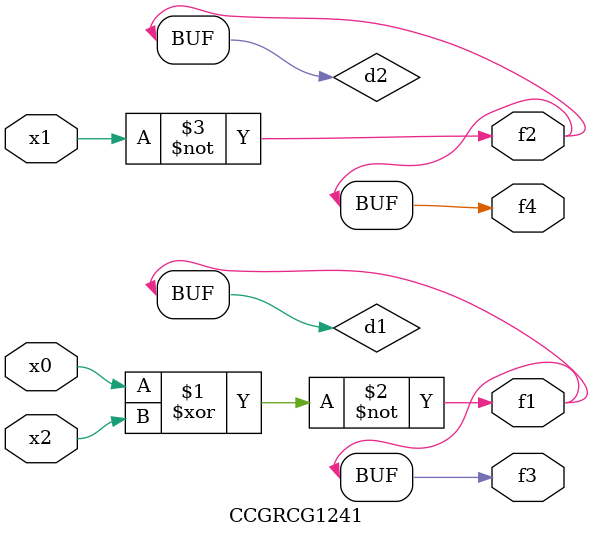
<source format=v>
module CCGRCG1241(
	input x0, x1, x2,
	output f1, f2, f3, f4
);

	wire d1, d2, d3;

	xnor (d1, x0, x2);
	nand (d2, x1);
	nor (d3, x1, x2);
	assign f1 = d1;
	assign f2 = d2;
	assign f3 = d1;
	assign f4 = d2;
endmodule

</source>
